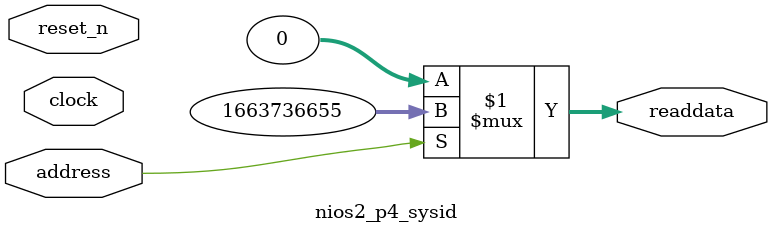
<source format=v>



// synthesis translate_off
`timescale 1ns / 1ps
// synthesis translate_on

// turn off superfluous verilog processor warnings 
// altera message_level Level1 
// altera message_off 10034 10035 10036 10037 10230 10240 10030 

module nios2_p4_sysid (
               // inputs:
                address,
                clock,
                reset_n,

               // outputs:
                readdata
             )
;

  output  [ 31: 0] readdata;
  input            address;
  input            clock;
  input            reset_n;

  wire    [ 31: 0] readdata;
  //control_slave, which is an e_avalon_slave
  assign readdata = address ? 1663736655 : 0;

endmodule



</source>
